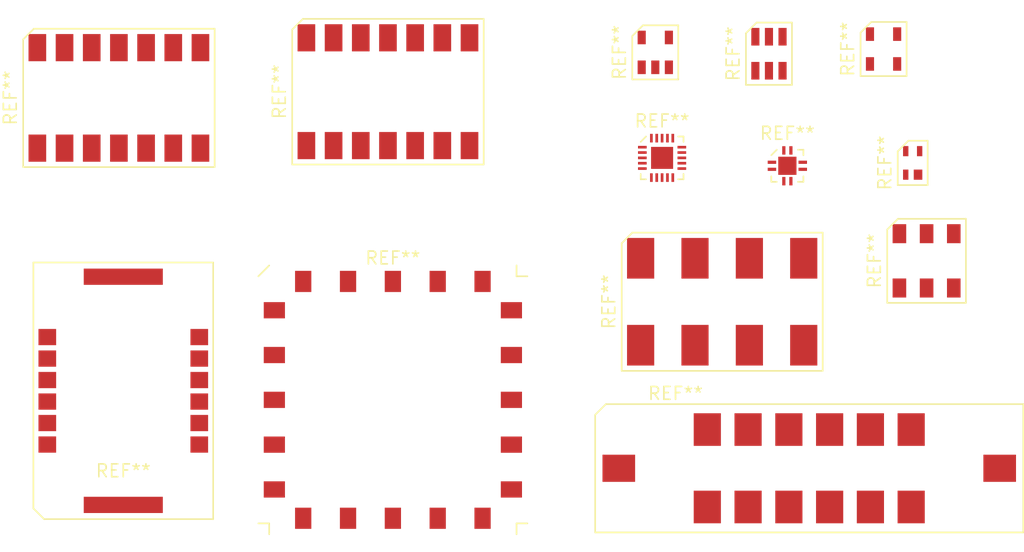
<source format=kicad_pcb>
(kicad_pcb (version 4) (host pcbnew 4.0.3-stable)

  (general
    (links 0)
    (no_connects 0)
    (area 0 0 0 0)
    (thickness 1.6)
    (drawings 0)
    (tracks 0)
    (zones 0)
    (modules 13)
    (nets 1)
  )

  (page A4)
  (layers
    (0 F.Cu signal)
    (31 B.Cu signal)
    (32 B.Adhes user)
    (33 F.Adhes user)
    (34 B.Paste user)
    (35 F.Paste user)
    (36 B.SilkS user)
    (37 F.SilkS user)
    (38 B.Mask user)
    (39 F.Mask user)
    (40 Dwgs.User user)
    (41 Cmts.User user)
    (42 Eco1.User user)
    (43 Eco2.User user)
    (44 Edge.Cuts user)
    (45 Margin user)
    (46 B.CrtYd user)
    (47 F.CrtYd user)
    (48 B.Fab user)
    (49 F.Fab user)
  )

  (setup
    (last_trace_width 0.25)
    (trace_clearance 0.2)
    (zone_clearance 0.508)
    (zone_45_only no)
    (trace_min 0.2)
    (segment_width 0.2)
    (edge_width 0.15)
    (via_size 0.6)
    (via_drill 0.4)
    (via_min_size 0.4)
    (via_min_drill 0.3)
    (uvia_size 0.3)
    (uvia_drill 0.1)
    (uvias_allowed no)
    (uvia_min_size 0.2)
    (uvia_min_drill 0.1)
    (pcb_text_width 0.3)
    (pcb_text_size 1.5 1.5)
    (mod_edge_width 0.15)
    (mod_text_size 1 1)
    (mod_text_width 0.15)
    (pad_size 1.524 1.524)
    (pad_drill 0.762)
    (pad_to_mask_clearance 0.2)
    (aux_axis_origin 0 0)
    (visible_elements FFFFFF7F)
    (pcbplotparams
      (layerselection 0x00030_80000001)
      (usegerberextensions false)
      (excludeedgelayer true)
      (linewidth 0.100000)
      (plotframeref false)
      (viasonmask false)
      (mode 1)
      (useauxorigin false)
      (hpglpennumber 1)
      (hpglpenspeed 20)
      (hpglpendiameter 15)
      (hpglpenoverlay 2)
      (psnegative false)
      (psa4output false)
      (plotreference true)
      (plotvalue true)
      (plotinvisibletext false)
      (padsonsilk false)
      (subtractmaskfromsilk false)
      (outputformat 1)
      (mirror false)
      (drillshape 1)
      (scaleselection 1)
      (outputdirectory ""))
  )

  (net 0 "")

  (net_class Default "This is the default net class."
    (clearance 0.2)
    (trace_width 0.25)
    (via_dia 0.6)
    (via_drill 0.4)
    (uvia_dia 0.3)
    (uvia_drill 0.1)
  )

  (module Minicircuits:MC_AT790-1 (layer F.Cu) (tedit 57C4BB9D) (tstamp 57C51C3B)
    (at 183.88 66.685)
    (fp_text reference REF** (at -3.35 0 90) (layer F.SilkS)
      (effects (font (size 1.2 1.2) (thickness 0.15)))
    )
    (fp_text value MC_AT790-1 (at 0.7 3.5) (layer F.Fab)
      (effects (font (size 1.2 1.2) (thickness 0.15)))
    )
    (fp_line (start -1.15 -2.53) (end -2.15 -1.53) (layer F.SilkS) (width 0.15))
    (fp_line (start -2.15 -1.53) (end -2.15 2.53) (layer F.SilkS) (width 0.15))
    (fp_line (start -2.15 2.53) (end 2.15 2.53) (layer F.SilkS) (width 0.15))
    (fp_line (start 2.15 2.53) (end 2.15 -2.53) (layer F.SilkS) (width 0.15))
    (fp_line (start 2.15 -2.53) (end -1.15 -2.53) (layer F.SilkS) (width 0.15))
    (pad 6 smd rect (at -1.27 -1.395) (size 0.76 1.27) (layers F.Cu F.Paste F.Mask))
    (pad 1 smd rect (at -1.27 1.395) (size 0.76 1.27) (layers F.Cu F.Paste F.Mask))
    (pad 2 smd rect (at 0 1.395) (size 0.76 1.27) (layers F.Cu F.Paste F.Mask))
    (pad 4 smd rect (at 1.27 -1.395) (size 0.76 1.27) (layers F.Cu F.Paste F.Mask))
    (pad 3 smd rect (at 1.27 1.395) (size 0.76 1.27) (layers F.Cu F.Paste F.Mask))
  )

  (module Minicircuits:MC_BK276 (layer F.Cu) (tedit 57C4E26B) (tstamp 57C51DFE)
    (at 133.76 70.94)
    (fp_text reference REF** (at -10.145 0 90) (layer F.SilkS)
      (effects (font (size 1.2 1.2) (thickness 0.15)))
    )
    (fp_text value MC_BK276 (at 0 0) (layer F.Fab)
      (effects (font (size 1.2 1.2) (thickness 0.15)))
    )
    (fp_line (start -7.945 -6.47) (end -8.945 -5.47) (layer F.SilkS) (width 0.15))
    (fp_line (start -8.945 -5.47) (end -8.945 6.47) (layer F.SilkS) (width 0.15))
    (fp_line (start -8.945 6.47) (end 8.945 6.47) (layer F.SilkS) (width 0.15))
    (fp_line (start 8.945 6.47) (end 8.945 -6.47) (layer F.SilkS) (width 0.15))
    (fp_line (start 8.945 -6.47) (end -7.945 -6.47) (layer F.SilkS) (width 0.15))
    (pad 14 smd rect (at -7.62 -4.7) (size 1.65 2.54) (layers F.Cu F.Paste F.Mask))
    (pad 1 smd rect (at -7.62 4.7) (size 1.65 2.54) (layers F.Cu F.Paste F.Mask))
    (pad 13 smd rect (at -5.08 -4.7) (size 1.65 2.54) (layers F.Cu F.Paste F.Mask))
    (pad 2 smd rect (at -5.08 4.7) (size 1.65 2.54) (layers F.Cu F.Paste F.Mask))
    (pad 12 smd rect (at -2.54 -4.7) (size 1.65 2.54) (layers F.Cu F.Paste F.Mask))
    (pad 3 smd rect (at -2.54 4.7) (size 1.65 2.54) (layers F.Cu F.Paste F.Mask))
    (pad 11 smd rect (at 0 -4.7) (size 1.65 2.54) (layers F.Cu F.Paste F.Mask))
    (pad 4 smd rect (at 0 4.7) (size 1.65 2.54) (layers F.Cu F.Paste F.Mask))
    (pad 10 smd rect (at 2.54 -4.7) (size 1.65 2.54) (layers F.Cu F.Paste F.Mask))
    (pad 5 smd rect (at 2.54 4.7) (size 1.65 2.54) (layers F.Cu F.Paste F.Mask))
    (pad 9 smd rect (at 5.08 -4.7) (size 1.65 2.54) (layers F.Cu F.Paste F.Mask))
    (pad 6 smd rect (at 5.08 4.7) (size 1.65 2.54) (layers F.Cu F.Paste F.Mask))
    (pad 8 smd rect (at 7.62 -4.7) (size 1.65 2.54) (layers F.Cu F.Paste F.Mask))
    (pad 7 smd rect (at 7.62 4.7) (size 1.65 2.54) (layers F.Cu F.Paste F.Mask))
  )

  (module Minicircuits:MC_BK377 (layer F.Cu) (tedit 57C4B0F0) (tstamp 57C51FCA)
    (at 158.9 70.36)
    (fp_text reference REF** (at -10.145 0 90) (layer F.SilkS)
      (effects (font (size 1.2 1.2) (thickness 0.15)))
    )
    (fp_text value MC_BK377 (at 0 0) (layer F.Fab)
      (effects (font (size 1.2 1.2) (thickness 0.15)))
    )
    (fp_line (start -7.945 -6.81) (end -8.945 -5.81) (layer F.SilkS) (width 0.15))
    (fp_line (start -8.945 -5.81) (end -8.945 6.81) (layer F.SilkS) (width 0.15))
    (fp_line (start -8.945 6.81) (end 8.945 6.81) (layer F.SilkS) (width 0.15))
    (fp_line (start 8.945 6.81) (end 8.945 -6.81) (layer F.SilkS) (width 0.15))
    (fp_line (start 8.945 -6.81) (end -7.945 -6.81) (layer F.SilkS) (width 0.15))
    (pad 14 smd rect (at -7.62 -5.04) (size 1.65 2.54) (layers F.Cu F.Paste F.Mask))
    (pad 1 smd rect (at -7.62 5.04) (size 1.65 2.54) (layers F.Cu F.Paste F.Mask))
    (pad 13 smd rect (at -5.08 -5.04) (size 1.65 2.54) (layers F.Cu F.Paste F.Mask))
    (pad 2 smd rect (at -5.08 5.04) (size 1.65 2.54) (layers F.Cu F.Paste F.Mask))
    (pad 12 smd rect (at -2.54 -5.04) (size 1.65 2.54) (layers F.Cu F.Paste F.Mask))
    (pad 3 smd rect (at -2.54 5.04) (size 1.65 2.54) (layers F.Cu F.Paste F.Mask))
    (pad 11 smd rect (at 0 -5.04) (size 1.65 2.54) (layers F.Cu F.Paste F.Mask))
    (pad 4 smd rect (at 0 5.04) (size 1.65 2.54) (layers F.Cu F.Paste F.Mask))
    (pad 10 smd rect (at 2.54 -5.04) (size 1.65 2.54) (layers F.Cu F.Paste F.Mask))
    (pad 5 smd rect (at 2.54 5.04) (size 1.65 2.54) (layers F.Cu F.Paste F.Mask))
    (pad 9 smd rect (at 5.08 -5.04) (size 1.65 2.54) (layers F.Cu F.Paste F.Mask))
    (pad 6 smd rect (at 5.08 5.04) (size 1.65 2.54) (layers F.Cu F.Paste F.Mask))
    (pad 8 smd rect (at 7.62 -5.04) (size 1.65 2.54) (layers F.Cu F.Paste F.Mask))
    (pad 7 smd rect (at 7.62 5.04) (size 1.65 2.54) (layers F.Cu F.Paste F.Mask))
  )

  (module Minicircuits:MC_DB1627 (layer F.Cu) (tedit 57C4DB71) (tstamp 57C52194)
    (at 194.5 66.81)
    (fp_text reference REF** (at -3.35 0 90) (layer F.SilkS)
      (effects (font (size 1.2 1.2) (thickness 0.15)))
    )
    (fp_text value MC_DB1627 (at -0.13 -4.06) (layer F.Fab)
      (effects (font (size 1.2 1.2) (thickness 0.15)))
    )
    (fp_line (start -1.15 -2.915) (end -2.15 -1.915) (layer F.SilkS) (width 0.15))
    (fp_line (start -2.15 -1.915) (end -2.15 2.915) (layer F.SilkS) (width 0.15))
    (fp_line (start -2.15 2.915) (end 2.15 2.915) (layer F.SilkS) (width 0.15))
    (fp_line (start 2.15 2.915) (end 2.15 -2.915) (layer F.SilkS) (width 0.15))
    (fp_line (start 2.15 -2.915) (end -1.15 -2.915) (layer F.SilkS) (width 0.15))
    (pad 6 smd rect (at -1.27 -1.59) (size 0.76 1.65) (layers F.Cu F.Paste F.Mask))
    (pad 1 smd rect (at -1.27 1.59) (size 0.76 1.65) (layers F.Cu F.Paste F.Mask))
    (pad 5 smd rect (at 0 -1.59) (size 0.76 1.65) (layers F.Cu F.Paste F.Mask))
    (pad 2 smd rect (at 0 1.59) (size 0.76 1.65) (layers F.Cu F.Paste F.Mask))
    (pad 4 smd rect (at 1.27 -1.59) (size 0.76 1.65) (layers F.Cu F.Paste F.Mask))
    (pad 3 smd rect (at 1.27 1.59) (size 0.76 1.65) (layers F.Cu F.Paste F.Mask))
  )

  (module Minicircuits:MC_DG983-1 (layer F.Cu) (tedit 57C4B557) (tstamp 57C52372)
    (at 184.515 76.55)
    (fp_text reference REF** (at 0 -3.45) (layer F.SilkS)
      (effects (font (size 1.2 1.2) (thickness 0.15)))
    )
    (fp_text value MC_DG983-1 (at 0 3.45) (layer F.Fab)
      (effects (font (size 1.2 1.2) (thickness 0.15)))
    )
    (fp_line (start -2 -1.5) (end -1.5 -2) (layer F.SilkS) (width 0.15))
    (fp_line (start 1.5 -2) (end 2 -2) (layer F.SilkS) (width 0.15))
    (fp_line (start 2 -2) (end 2 -1.5) (layer F.SilkS) (width 0.15))
    (fp_line (start -1.5 2) (end -2 2) (layer F.SilkS) (width 0.15))
    (fp_line (start -2 2) (end -2 1.5) (layer F.SilkS) (width 0.15))
    (fp_line (start 1.5 2) (end 2 2) (layer F.SilkS) (width 0.15))
    (fp_line (start 2 2) (end 2 1.5) (layer F.SilkS) (width 0.15))
    (fp_line (start -3.405 -3.405) (end 3.405 -3.405) (layer F.CrtYd) (width 0.15))
    (fp_line (start 3.405 -3.405) (end 3.405 3.405) (layer F.CrtYd) (width 0.15))
    (fp_line (start 3.405 3.405) (end -3.405 3.405) (layer F.CrtYd) (width 0.15))
    (fp_line (start -3.405 3.405) (end -3.405 -3.405) (layer F.CrtYd) (width 0.15))
    (pad 1 smd rect (at -1.845 -1 90) (size 0.25 0.81) (layers F.Cu F.Paste F.Mask))
    (pad 2 smd rect (at -1.845 -0.5 90) (size 0.25 0.81) (layers F.Cu F.Paste F.Mask))
    (pad 3 smd rect (at -1.845 0 90) (size 0.25 0.81) (layers F.Cu F.Paste F.Mask))
    (pad 4 smd rect (at -1.845 0.5 90) (size 0.25 0.81) (layers F.Cu F.Paste F.Mask))
    (pad 5 smd rect (at -1.845 1 90) (size 0.25 0.81) (layers F.Cu F.Paste F.Mask))
    (pad 6 smd rect (at -1 1.845) (size 0.25 0.81) (layers F.Cu F.Paste F.Mask))
    (pad 7 smd rect (at -0.5 1.845) (size 0.25 0.81) (layers F.Cu F.Paste F.Mask))
    (pad 8 smd rect (at 0 1.845) (size 0.25 0.81) (layers F.Cu F.Paste F.Mask))
    (pad 9 smd rect (at 0.5 1.845) (size 0.25 0.81) (layers F.Cu F.Paste F.Mask))
    (pad 10 smd rect (at 1 1.845) (size 0.25 0.81) (layers F.Cu F.Paste F.Mask))
    (pad 11 smd rect (at 1.845 1 90) (size 0.25 0.81) (layers F.Cu F.Paste F.Mask))
    (pad 12 smd rect (at 1.845 0.5 90) (size 0.25 0.81) (layers F.Cu F.Paste F.Mask))
    (pad 13 smd rect (at 1.845 0 90) (size 0.25 0.81) (layers F.Cu F.Paste F.Mask))
    (pad 14 smd rect (at 1.845 -0.5 90) (size 0.25 0.81) (layers F.Cu F.Paste F.Mask))
    (pad 15 smd rect (at 1.845 -1 90) (size 0.25 0.81) (layers F.Cu F.Paste F.Mask))
    (pad 16 smd rect (at 1 -1.845) (size 0.25 0.81) (layers F.Cu F.Paste F.Mask))
    (pad 17 smd rect (at 0.5 -1.845) (size 0.25 0.81) (layers F.Cu F.Paste F.Mask))
    (pad 18 smd rect (at 0 -1.845) (size 0.25 0.81) (layers F.Cu F.Paste F.Mask))
    (pad 19 smd rect (at -0.5 -1.845) (size 0.25 0.81) (layers F.Cu F.Paste F.Mask))
    (pad 20 smd rect (at -1 -1.845) (size 0.25 0.81) (layers F.Cu F.Paste F.Mask))
    (pad 21 smd rect (at 0 0) (size 2.06 2.06) (layers F.Cu F.Paste F.Mask))
  )

  (module Minicircuits:MC_DK1042 (layer F.Cu) (tedit 57C4E509) (tstamp 57C5254B)
    (at 134.17 98.335 90)
    (fp_text reference REF** (at -7.485 0 180) (layer F.SilkS)
      (effects (font (size 1.2 1.2) (thickness 0.15)))
    )
    (fp_text value MC_DK1042 (at 0 0 90) (layer F.Fab)
      (effects (font (size 1.2 1.2) (thickness 0.15)))
    )
    (fp_line (start -11 -8.4) (end -12 -7.4) (layer F.SilkS) (width 0.15))
    (fp_line (start -12 -7.4) (end -12 8.4) (layer F.SilkS) (width 0.15))
    (fp_line (start -12 8.4) (end 12 8.4) (layer F.SilkS) (width 0.15))
    (fp_line (start 12 8.4) (end 12 -8.4) (layer F.SilkS) (width 0.15))
    (fp_line (start 12 -8.4) (end -11 -8.4) (layer F.SilkS) (width 0.15))
    (pad 12 smd rect (at -5.025 -7.1 90) (size 1.52 1.65) (layers F.Cu F.Paste F.Mask))
    (pad 1 smd rect (at -5.025 7.1 90) (size 1.52 1.65) (layers F.Cu F.Paste F.Mask))
    (pad 11 smd rect (at -3.015 -7.1 90) (size 1.52 1.65) (layers F.Cu F.Paste F.Mask))
    (pad 2 smd rect (at -3.015 7.1 90) (size 1.52 1.65) (layers F.Cu F.Paste F.Mask))
    (pad 10 smd rect (at -1.005 -7.1 90) (size 1.52 1.65) (layers F.Cu F.Paste F.Mask))
    (pad 3 smd rect (at -1.005 7.1 90) (size 1.52 1.65) (layers F.Cu F.Paste F.Mask))
    (pad 9 smd rect (at 1.005 -7.1 90) (size 1.52 1.65) (layers F.Cu F.Paste F.Mask))
    (pad 4 smd rect (at 1.005 7.1 90) (size 1.52 1.65) (layers F.Cu F.Paste F.Mask))
    (pad 8 smd rect (at 3.015 -7.1 90) (size 1.52 1.65) (layers F.Cu F.Paste F.Mask))
    (pad 5 smd rect (at 3.015 7.1 90) (size 1.52 1.65) (layers F.Cu F.Paste F.Mask))
    (pad 7 smd rect (at 5.025 -7.1 90) (size 1.52 1.65) (layers F.Cu F.Paste F.Mask))
    (pad 6 smd rect (at 5.025 7.1 90) (size 1.52 1.65) (layers F.Cu F.Paste F.Mask))
    (pad 13 smd rect (at -10.67 0 90) (size 1.52 7.39) (layers F.Cu F.Paste F.Mask))
    (pad 14 smd rect (at 10.67 0 90) (size 1.52 7.39) (layers F.Cu F.Paste F.Mask))
  )

  (module Minicircuits:MC_DQ849 (layer F.Cu) (tedit 57C4DECD) (tstamp 57C52719)
    (at 196.22 77.29)
    (fp_text reference REF** (at 0 -3.035) (layer F.SilkS)
      (effects (font (size 1.2 1.2) (thickness 0.15)))
    )
    (fp_text value MC_DQ849 (at 0 3.035) (layer F.Fab)
      (effects (font (size 1.2 1.2) (thickness 0.15)))
    )
    (fp_line (start -1.5 -0.99) (end -0.99 -1.5) (layer F.SilkS) (width 0.15))
    (fp_line (start 0.99 -1.5) (end 1.5 -1.5) (layer F.SilkS) (width 0.15))
    (fp_line (start 1.5 -1.5) (end 1.5 -0.99) (layer F.SilkS) (width 0.15))
    (fp_line (start -0.99 1.5) (end -1.5 1.5) (layer F.SilkS) (width 0.15))
    (fp_line (start -1.5 1.5) (end -1.5 0.99) (layer F.SilkS) (width 0.15))
    (fp_line (start 0.99 1.5) (end 1.5 1.5) (layer F.SilkS) (width 0.15))
    (fp_line (start 1.5 1.5) (end 1.5 0.99) (layer F.SilkS) (width 0.15))
    (fp_line (start -2.895 -2.895) (end 2.895 -2.895) (layer F.CrtYd) (width 0.15))
    (fp_line (start 2.895 -2.895) (end 2.895 2.895) (layer F.CrtYd) (width 0.15))
    (fp_line (start 2.895 2.895) (end -2.895 2.895) (layer F.CrtYd) (width 0.15))
    (fp_line (start -2.895 2.895) (end -2.895 -2.895) (layer F.CrtYd) (width 0.15))
    (pad 1 smd rect (at -1.44 -0.33 90) (size 0.3 0.79) (layers F.Cu F.Paste F.Mask))
    (pad 2 smd rect (at -1.44 0.33 90) (size 0.3 0.79) (layers F.Cu F.Paste F.Mask))
    (pad 3 smd rect (at -0.33 1.44) (size 0.3 0.79) (layers F.Cu F.Paste F.Mask))
    (pad 4 smd rect (at 0.33 1.44) (size 0.3 0.79) (layers F.Cu F.Paste F.Mask))
    (pad 5 smd rect (at 1.44 0.33 90) (size 0.3 0.79) (layers F.Cu F.Paste F.Mask))
    (pad 6 smd rect (at 1.44 -0.33 90) (size 0.3 0.79) (layers F.Cu F.Paste F.Mask))
    (pad 7 smd rect (at 0.33 -1.44) (size 0.3 0.79) (layers F.Cu F.Paste F.Mask))
    (pad 8 smd rect (at -0.33 -1.44) (size 0.3 0.79) (layers F.Cu F.Paste F.Mask))
    (pad 9 smd rect (at 0 0 90) (size 1.7 1.7) (layers F.Cu F.Paste F.Mask))
  )

  (module Minicircuits:MC_GU1604 (layer F.Cu) (tedit 57C4B931) (tstamp 57C528D2)
    (at 205.21 66.37)
    (fp_text reference REF** (at -3.35 0 90) (layer F.SilkS)
      (effects (font (size 1.2 1.2) (thickness 0.15)))
    )
    (fp_text value MC_GU1604 (at 0.1 3.3) (layer F.Fab)
      (effects (font (size 1.2 1.2) (thickness 0.15)))
    )
    (fp_line (start -1.15 -2.53) (end -2.15 -1.53) (layer F.SilkS) (width 0.15))
    (fp_line (start -2.15 -1.53) (end -2.15 2.53) (layer F.SilkS) (width 0.15))
    (fp_line (start -2.15 2.53) (end 2.15 2.53) (layer F.SilkS) (width 0.15))
    (fp_line (start 2.15 2.53) (end 2.15 -2.53) (layer F.SilkS) (width 0.15))
    (fp_line (start 2.15 -2.53) (end -1.15 -2.53) (layer F.SilkS) (width 0.15))
    (pad 4 smd rect (at -1.27 -1.395) (size 0.76 1.27) (layers F.Cu F.Paste F.Mask))
    (pad 1 smd rect (at -1.27 1.395) (size 0.76 1.27) (layers F.Cu F.Paste F.Mask))
    (pad 3 smd rect (at 1.27 -1.395) (size 0.76 1.27) (layers F.Cu F.Paste F.Mask))
    (pad 2 smd rect (at 1.27 1.395) (size 0.76 1.27) (layers F.Cu F.Paste F.Mask))
  )

  (module Minicircuits:MC_HQ1157 (layer F.Cu) (tedit 57C4F895) (tstamp 57C52A94)
    (at 198.265 105.58)
    (fp_text reference REF** (at -12.495 -7 180) (layer F.SilkS)
      (effects (font (size 1.2 1.2) (thickness 0.15)))
    )
    (fp_text value MC_HQ1157 (at 0 0) (layer F.Fab)
      (effects (font (size 1.2 1.2) (thickness 0.15)))
    )
    (fp_line (start -19 -6) (end -20 -5) (layer F.SilkS) (width 0.15))
    (fp_line (start -20 -5) (end -20 6) (layer F.SilkS) (width 0.15))
    (fp_line (start -20 6) (end 20 6) (layer F.SilkS) (width 0.15))
    (fp_line (start 20 6) (end 20 -6) (layer F.SilkS) (width 0.15))
    (fp_line (start 20 -6) (end -19 -6) (layer F.SilkS) (width 0.15))
    (pad 14 smd rect (at -9.525 -3.62) (size 2.54 3.05) (layers F.Cu F.Paste F.Mask))
    (pad 2 smd rect (at -9.525 3.62) (size 2.54 3.05) (layers F.Cu F.Paste F.Mask))
    (pad 13 smd rect (at -5.715 -3.62) (size 2.54 3.05) (layers F.Cu F.Paste F.Mask))
    (pad 3 smd rect (at -5.715 3.62) (size 2.54 3.05) (layers F.Cu F.Paste F.Mask))
    (pad 12 smd rect (at -1.905 -3.62) (size 2.54 3.05) (layers F.Cu F.Paste F.Mask))
    (pad 4 smd rect (at -1.905 3.62) (size 2.54 3.05) (layers F.Cu F.Paste F.Mask))
    (pad 11 smd rect (at 1.905 -3.62) (size 2.54 3.05) (layers F.Cu F.Paste F.Mask))
    (pad 5 smd rect (at 1.905 3.62) (size 2.54 3.05) (layers F.Cu F.Paste F.Mask))
    (pad 10 smd rect (at 5.715 -3.62) (size 2.54 3.05) (layers F.Cu F.Paste F.Mask))
    (pad 6 smd rect (at 5.715 3.62) (size 2.54 3.05) (layers F.Cu F.Paste F.Mask))
    (pad 9 smd rect (at 9.525 -3.62) (size 2.54 3.05) (layers F.Cu F.Paste F.Mask))
    (pad 7 smd rect (at 9.525 3.62) (size 2.54 3.05) (layers F.Cu F.Paste F.Mask))
    (pad 1 smd rect (at -17.795 0) (size 3.05 2.54) (layers F.Cu F.Paste F.Mask))
    (pad 8 smd rect (at 17.795 0) (size 3.05 2.54) (layers F.Cu F.Paste F.Mask))
  )

  (module Minicircuits:MC_JG1228 (layer F.Cu) (tedit 57C4EA83) (tstamp 57C52C78)
    (at 159.36 99.18)
    (fp_text reference REF** (at 0 -13.265) (layer F.SilkS)
      (effects (font (size 1.2 1.2) (thickness 0.15)))
    )
    (fp_text value MC_JG1228 (at 0 13.265) (layer F.Fab)
      (effects (font (size 1.2 1.2) (thickness 0.15)))
    )
    (fp_line (start -11.555 -12.57) (end -12.57 -11.555) (layer F.SilkS) (width 0.15))
    (fp_line (start 12.57 -11.555) (end 11.555 -11.555) (layer F.SilkS) (width 0.15))
    (fp_line (start 11.555 -11.555) (end 11.555 -12.57) (layer F.SilkS) (width 0.15))
    (fp_line (start -12.57 11.555) (end -11.555 11.555) (layer F.SilkS) (width 0.15))
    (fp_line (start -11.555 11.555) (end -11.555 12.57) (layer F.SilkS) (width 0.15))
    (fp_line (start 12.57 11.555) (end 11.555 11.555) (layer F.SilkS) (width 0.15))
    (fp_line (start 11.555 11.555) (end 11.555 12.57) (layer F.SilkS) (width 0.15))
    (fp_line (start -12.545 -12.545) (end 12.545 -12.545) (layer F.CrtYd) (width 0.15))
    (fp_line (start 12.545 -12.545) (end 12.545 12.545) (layer F.CrtYd) (width 0.15))
    (fp_line (start 12.545 12.545) (end -12.545 12.545) (layer F.CrtYd) (width 0.15))
    (fp_line (start -12.545 12.545) (end -12.545 -12.545) (layer F.CrtYd) (width 0.15))
    (pad 1 smd rect (at -11.075 -8.38 90) (size 1.52 1.98) (layers F.Cu F.Paste F.Mask))
    (pad 2 smd rect (at -11.075 -4.19 90) (size 1.52 1.98) (layers F.Cu F.Paste F.Mask))
    (pad 3 smd rect (at -11.075 0 90) (size 1.52 1.98) (layers F.Cu F.Paste F.Mask))
    (pad 4 smd rect (at -11.075 4.19 90) (size 1.52 1.98) (layers F.Cu F.Paste F.Mask))
    (pad 5 smd rect (at -11.075 8.38 90) (size 1.52 1.98) (layers F.Cu F.Paste F.Mask))
    (pad 6 smd rect (at -8.38 11.075) (size 1.52 1.98) (layers F.Cu F.Paste F.Mask))
    (pad 7 smd rect (at -4.19 11.075) (size 1.52 1.98) (layers F.Cu F.Paste F.Mask))
    (pad 8 smd rect (at 0 11.075) (size 1.52 1.98) (layers F.Cu F.Paste F.Mask))
    (pad 9 smd rect (at 4.19 11.075) (size 1.52 1.98) (layers F.Cu F.Paste F.Mask))
    (pad 10 smd rect (at 8.38 11.075) (size 1.52 1.98) (layers F.Cu F.Paste F.Mask))
    (pad 11 smd rect (at 11.075 8.38 90) (size 1.52 1.98) (layers F.Cu F.Paste F.Mask))
    (pad 12 smd rect (at 11.075 4.19 90) (size 1.52 1.98) (layers F.Cu F.Paste F.Mask))
    (pad 13 smd rect (at 11.075 0 90) (size 1.52 1.98) (layers F.Cu F.Paste F.Mask))
    (pad 14 smd rect (at 11.075 -4.19 90) (size 1.52 1.98) (layers F.Cu F.Paste F.Mask))
    (pad 15 smd rect (at 11.075 -8.38 90) (size 1.52 1.98) (layers F.Cu F.Paste F.Mask))
    (pad 16 smd rect (at 8.38 -11.075) (size 1.52 1.98) (layers F.Cu F.Paste F.Mask))
    (pad 17 smd rect (at 4.19 -11.075) (size 1.52 1.98) (layers F.Cu F.Paste F.Mask))
    (pad 18 smd rect (at 0 -11.075) (size 1.52 1.98) (layers F.Cu F.Paste F.Mask))
    (pad 19 smd rect (at -4.19 -11.075) (size 1.52 1.98) (layers F.Cu F.Paste F.Mask))
    (pad 20 smd rect (at -8.38 -11.075) (size 1.52 1.98) (layers F.Cu F.Paste F.Mask))
  )

  (module Minicircuits:MC_MMM1362 (layer F.Cu) (tedit 57C4E0B9) (tstamp 57C52E3C)
    (at 207.93 77.02)
    (fp_text reference REF** (at -2.6 0 90) (layer F.SilkS)
      (effects (font (size 1.2 1.2) (thickness 0.15)))
    )
    (fp_text value MC_MMM1362 (at 0.04 3.11) (layer F.Fab)
      (effects (font (size 1.2 1.2) (thickness 0.15)))
    )
    (fp_line (start -0.4 -2.075) (end -1.4 -1.075) (layer F.SilkS) (width 0.15))
    (fp_line (start -1.4 -1.075) (end -1.4 2.075) (layer F.SilkS) (width 0.15))
    (fp_line (start -1.4 2.075) (end 1.4 2.075) (layer F.SilkS) (width 0.15))
    (fp_line (start 1.4 2.075) (end 1.4 -2.075) (layer F.SilkS) (width 0.15))
    (fp_line (start 1.4 -2.075) (end -0.4 -2.075) (layer F.SilkS) (width 0.15))
    (pad 4 smd rect (at -0.65 -1.1) (size 0.5 0.95) (layers F.Cu F.Paste F.Mask))
    (pad 1 smd rect (at -0.65 1.1) (size 0.5 0.95) (layers F.Cu F.Paste F.Mask))
    (pad 3 smd rect (at 0.65 -1.1) (size 0.5 0.95) (layers F.Cu F.Paste F.Mask))
    (pad 2 smd rect (at 0.5 1.1) (size 0.8 0.95) (layers F.Cu F.Paste F.Mask))
  )

  (module Minicircuits:MC_TT240 (layer F.Cu) (tedit 57C4E6AA) (tstamp 57C52FEE)
    (at 209.23 86.18)
    (fp_text reference REF** (at -4.875 0 90) (layer F.SilkS)
      (effects (font (size 1.2 1.2) (thickness 0.15)))
    )
    (fp_text value MC_TT240 (at 0 0) (layer F.Fab)
      (effects (font (size 1.2 1.2) (thickness 0.15)))
    )
    (fp_line (start -2.675 -3.93) (end -3.675 -2.93) (layer F.SilkS) (width 0.15))
    (fp_line (start -3.675 -2.93) (end -3.675 3.93) (layer F.SilkS) (width 0.15))
    (fp_line (start -3.675 3.93) (end 3.675 3.93) (layer F.SilkS) (width 0.15))
    (fp_line (start 3.675 3.93) (end 3.675 -3.93) (layer F.SilkS) (width 0.15))
    (fp_line (start 3.675 -3.93) (end -2.675 -3.93) (layer F.SilkS) (width 0.15))
    (pad 6 smd rect (at -2.54 -2.54) (size 1.27 1.78) (layers F.Cu F.Paste F.Mask))
    (pad 1 smd rect (at -2.54 2.54) (size 1.27 1.78) (layers F.Cu F.Paste F.Mask))
    (pad 5 smd rect (at 0 -2.54) (size 1.27 1.78) (layers F.Cu F.Paste F.Mask))
    (pad 2 smd rect (at 0 2.54) (size 1.27 1.78) (layers F.Cu F.Paste F.Mask))
    (pad 4 smd rect (at 2.54 -2.54) (size 1.27 1.78) (layers F.Cu F.Paste F.Mask))
    (pad 3 smd rect (at 2.54 2.54) (size 1.27 1.78) (layers F.Cu F.Paste F.Mask))
  )

  (module Minicircuits:MC_YY101 (layer F.Cu) (tedit 57C4F5C0) (tstamp 57C531A6)
    (at 190.13 90.005)
    (fp_text reference REF** (at -10.59 0 90) (layer F.SilkS)
      (effects (font (size 1.2 1.2) (thickness 0.15)))
    )
    (fp_text value MC_YY101 (at 0 0) (layer F.Fab)
      (effects (font (size 1.2 1.2) (thickness 0.15)))
    )
    (fp_line (start -8.39 -6.465) (end -9.39 -5.465) (layer F.SilkS) (width 0.15))
    (fp_line (start -9.39 -5.465) (end -9.39 6.465) (layer F.SilkS) (width 0.15))
    (fp_line (start -9.39 6.465) (end 9.39 6.465) (layer F.SilkS) (width 0.15))
    (fp_line (start 9.39 6.465) (end 9.39 -6.465) (layer F.SilkS) (width 0.15))
    (fp_line (start 9.39 -6.465) (end -8.39 -6.465) (layer F.SilkS) (width 0.15))
    (pad 8 smd rect (at -7.62 -4.065) (size 2.54 3.8) (layers F.Cu F.Paste F.Mask))
    (pad 1 smd rect (at -7.62 4.065) (size 2.54 3.8) (layers F.Cu F.Paste F.Mask))
    (pad 7 smd rect (at -2.54 -4.065) (size 2.54 3.8) (layers F.Cu F.Paste F.Mask))
    (pad 2 smd rect (at -2.54 4.065) (size 2.54 3.8) (layers F.Cu F.Paste F.Mask))
    (pad 6 smd rect (at 2.54 -4.065) (size 2.54 3.8) (layers F.Cu F.Paste F.Mask))
    (pad 3 smd rect (at 2.54 4.065) (size 2.54 3.8) (layers F.Cu F.Paste F.Mask))
    (pad 5 smd rect (at 7.62 -4.065) (size 2.54 3.8) (layers F.Cu F.Paste F.Mask))
    (pad 4 smd rect (at 7.62 4.065) (size 2.54 3.8) (layers F.Cu F.Paste F.Mask))
  )

)

</source>
